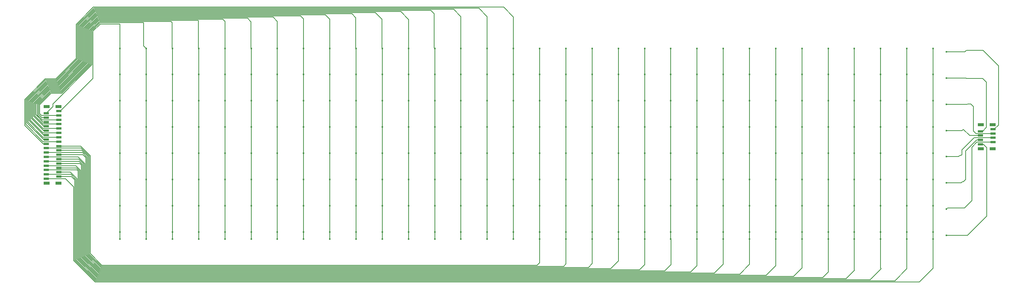
<source format=gbl>
G04 #@! TF.GenerationSoftware,KiCad,Pcbnew,6.0.8+dfsg-1~bpo11+1*
G04 #@! TF.CreationDate,2023-03-24T18:57:11-04:00*
G04 #@! TF.ProjectId,captouch_sensor_diamond_hatched,63617074-6f75-4636-985f-73656e736f72,rev?*
G04 #@! TF.SameCoordinates,Original*
G04 #@! TF.FileFunction,Copper,L2,Bot*
G04 #@! TF.FilePolarity,Positive*
%FSLAX46Y46*%
G04 Gerber Fmt 4.6, Leading zero omitted, Abs format (unit mm)*
G04 Created by KiCad (PCBNEW 6.0.8+dfsg-1~bpo11+1) date 2023-03-24 18:57:11*
%MOMM*%
%LPD*%
G01*
G04 APERTURE LIST*
G04 #@! TA.AperFunction,SMDPad,CuDef*
%ADD10R,1.200000X0.600000*%
G04 #@! TD*
G04 #@! TA.AperFunction,SMDPad,CuDef*
%ADD11R,1.400000X0.800000*%
G04 #@! TD*
G04 #@! TA.AperFunction,ViaPad*
%ADD12C,0.400000*%
G04 #@! TD*
G04 #@! TA.AperFunction,Conductor*
%ADD13C,0.127000*%
G04 #@! TD*
G04 APERTURE END LIST*
D10*
X52125000Y-72625000D03*
X49225000Y-73125000D03*
X52125000Y-73625000D03*
X49225000Y-74125000D03*
X52125000Y-74625000D03*
X49225000Y-75125000D03*
X52125000Y-75625000D03*
X49225000Y-76125000D03*
X52125000Y-76625000D03*
X49225000Y-77125000D03*
X52125000Y-77625000D03*
X49225000Y-78125000D03*
X52125000Y-78625000D03*
X49225000Y-79125000D03*
X52125000Y-79625000D03*
X49225000Y-80125000D03*
X52125000Y-80625000D03*
X49225000Y-81125000D03*
X52125000Y-81625000D03*
X49225000Y-82125000D03*
X52125000Y-82625000D03*
X49225000Y-83125000D03*
X52125000Y-83625000D03*
X49225000Y-84125000D03*
X52125000Y-84625000D03*
X49225000Y-85125000D03*
X52125000Y-85625000D03*
X49225000Y-86125000D03*
X52125000Y-86625000D03*
X49225000Y-87125000D03*
X52125000Y-87625000D03*
X49225000Y-88125000D03*
D11*
X52025000Y-71625000D03*
X49325000Y-71625000D03*
X52025000Y-89125000D03*
X49325000Y-89125000D03*
D10*
X265775000Y-76750000D03*
X262875000Y-77250000D03*
X265775000Y-77750000D03*
X262875000Y-78250000D03*
X265775000Y-78750000D03*
X262875000Y-79250000D03*
X265775000Y-79750000D03*
X262875000Y-80250000D03*
D11*
X265675000Y-75750000D03*
X262975000Y-75750000D03*
X265675000Y-81250000D03*
X262975000Y-81250000D03*
D12*
X255075000Y-59075000D03*
X255075000Y-65075000D03*
X255075000Y-71075000D03*
X255075000Y-77075000D03*
X255075000Y-83075000D03*
X255075000Y-89075000D03*
X255075000Y-95075000D03*
X255075000Y-101075000D03*
X66075000Y-88275000D03*
X66075000Y-101900000D03*
X66075000Y-76275000D03*
X66075000Y-100275000D03*
X66075000Y-70275000D03*
X66075000Y-82275000D03*
X66075000Y-58275000D03*
X66075000Y-94275000D03*
X66075000Y-64275000D03*
X72075000Y-58275000D03*
X72075000Y-82275000D03*
X72075000Y-88275000D03*
X72075000Y-94275000D03*
X72075000Y-70275000D03*
X72075000Y-100275000D03*
X72075000Y-64275000D03*
X72075000Y-76275000D03*
X72075000Y-101900000D03*
X78075000Y-94275000D03*
X78075000Y-70275000D03*
X78075000Y-88275000D03*
X78075000Y-58275000D03*
X78075000Y-64275000D03*
X78075000Y-100275000D03*
X78075000Y-82275000D03*
X78075000Y-101900000D03*
X78075000Y-76275000D03*
X84075000Y-94275000D03*
X84075000Y-76275000D03*
X84075000Y-70275000D03*
X84075000Y-101900000D03*
X84075000Y-64275000D03*
X84075000Y-82275000D03*
X84075000Y-58275000D03*
X84075000Y-100275000D03*
X84075000Y-88275000D03*
X90075000Y-100275000D03*
X90075000Y-76275000D03*
X90075000Y-82275000D03*
X90075000Y-64275000D03*
X90075000Y-88275000D03*
X90075000Y-70275000D03*
X90075000Y-58275000D03*
X90075000Y-101900000D03*
X90075000Y-94275000D03*
X96075000Y-58275000D03*
X96075000Y-88275000D03*
X96075000Y-70275000D03*
X96075000Y-101900000D03*
X96075000Y-100275000D03*
X96075000Y-82275000D03*
X96075000Y-64275000D03*
X96075000Y-76275000D03*
X96075000Y-94275000D03*
X102075000Y-100275000D03*
X102075000Y-88275000D03*
X102075000Y-101900000D03*
X102075000Y-64275000D03*
X102075000Y-94275000D03*
X102075000Y-76275000D03*
X102075000Y-70275000D03*
X102075000Y-58275000D03*
X102075000Y-82275000D03*
X108075000Y-101900000D03*
X108075000Y-82275000D03*
X108075000Y-64275000D03*
X108075000Y-88275000D03*
X108075000Y-94275000D03*
X108075000Y-70275000D03*
X108075000Y-76275000D03*
X108075000Y-100275000D03*
X108075000Y-58275000D03*
X114075000Y-82275000D03*
X114075000Y-88275000D03*
X114075000Y-70275000D03*
X114075000Y-58275000D03*
X114075000Y-64275000D03*
X114075000Y-76275000D03*
X114075000Y-101900000D03*
X114075000Y-100275000D03*
X114075000Y-94275000D03*
X120075000Y-101900000D03*
X120075000Y-94275000D03*
X120075000Y-82275000D03*
X120075000Y-88275000D03*
X120075000Y-64275000D03*
X120075000Y-76275000D03*
X120075000Y-70275000D03*
X120075000Y-100275000D03*
X120075000Y-58275000D03*
X126075000Y-76275000D03*
X126075000Y-64275000D03*
X126075000Y-94275000D03*
X126075000Y-58275000D03*
X126075000Y-82275000D03*
X126075000Y-88275000D03*
X126075000Y-70275000D03*
X126075000Y-100275000D03*
X126075000Y-101900000D03*
X132075000Y-88275000D03*
X132075000Y-76275000D03*
X132075000Y-58275000D03*
X132075000Y-101900000D03*
X132075000Y-64275000D03*
X132075000Y-100275000D03*
X132075000Y-70275000D03*
X132075000Y-94275000D03*
X132075000Y-82275000D03*
X138075000Y-100275000D03*
X138075000Y-76275000D03*
X138075000Y-70275000D03*
X138075000Y-82275000D03*
X138075000Y-64275000D03*
X138075000Y-101900000D03*
X138075000Y-94275000D03*
X138075000Y-88275000D03*
X138075000Y-58275000D03*
X144075000Y-100275000D03*
X144075000Y-94275000D03*
X144075000Y-82275000D03*
X144075000Y-76275000D03*
X144075000Y-88275000D03*
X144075000Y-70275000D03*
X144075000Y-58275000D03*
X144075000Y-101900000D03*
X144075000Y-64275000D03*
X150075000Y-101900000D03*
X150075000Y-82275000D03*
X150075000Y-100275000D03*
X150075000Y-94275000D03*
X150075000Y-70275000D03*
X150075000Y-58275000D03*
X150075000Y-88275000D03*
X150075000Y-64275000D03*
X150075000Y-76275000D03*
X156075000Y-88275000D03*
X156075000Y-70275000D03*
X156075000Y-58275000D03*
X156075000Y-100275000D03*
X156075000Y-101900000D03*
X156075000Y-76275000D03*
X156075000Y-82275000D03*
X156075000Y-64275000D03*
X156075000Y-94275000D03*
X162075000Y-58275000D03*
X162075000Y-70275000D03*
X162075000Y-101900000D03*
X162075000Y-100275000D03*
X162075000Y-76275000D03*
X162075000Y-88275000D03*
X162075000Y-64275000D03*
X162075000Y-82275000D03*
X162075000Y-94275000D03*
X168075000Y-64275000D03*
X168075000Y-58275000D03*
X168075000Y-82275000D03*
X168075000Y-76275000D03*
X168075000Y-100275000D03*
X168075000Y-70275000D03*
X168075000Y-88275000D03*
X168075000Y-101900000D03*
X168075000Y-94275000D03*
X174075000Y-82275000D03*
X174075000Y-64275000D03*
X174075000Y-58275000D03*
X174075000Y-100275000D03*
X174075000Y-76275000D03*
X174075000Y-94275000D03*
X174075000Y-70275000D03*
X174075000Y-88275000D03*
X174075000Y-101900000D03*
X180075000Y-88275000D03*
X180075000Y-82275000D03*
X180075000Y-100275000D03*
X180075000Y-58275000D03*
X180075000Y-70275000D03*
X180075000Y-64275000D03*
X180075000Y-76275000D03*
X180075000Y-101900000D03*
X180075000Y-94275000D03*
X186075000Y-100275000D03*
X186075000Y-64275000D03*
X186075000Y-70275000D03*
X186075000Y-58275000D03*
X186075000Y-94275000D03*
X186075000Y-76275000D03*
X186075000Y-88275000D03*
X186075000Y-101900000D03*
X186075000Y-82275000D03*
X192075000Y-58275000D03*
X192075000Y-101900000D03*
X192075000Y-94275000D03*
X192075000Y-100275000D03*
X192075000Y-76275000D03*
X192075000Y-64275000D03*
X192075000Y-88275000D03*
X192075000Y-70275000D03*
X192075000Y-82275000D03*
X198075000Y-58275000D03*
X198075000Y-82275000D03*
X198075000Y-88275000D03*
X198075000Y-76275000D03*
X198075000Y-101900000D03*
X198075000Y-100275000D03*
X198075000Y-70275000D03*
X198075000Y-94275000D03*
X198075000Y-64275000D03*
X204075000Y-70275000D03*
X204075000Y-94275000D03*
X204075000Y-88275000D03*
X204075000Y-76275000D03*
X204075000Y-58275000D03*
X204075000Y-100275000D03*
X204075000Y-101900000D03*
X204075000Y-64275000D03*
X204075000Y-82275000D03*
X210075000Y-88275000D03*
X210075000Y-94275000D03*
X210075000Y-82275000D03*
X210075000Y-58275000D03*
X210075000Y-70275000D03*
X210075000Y-76275000D03*
X210075000Y-64275000D03*
X210075000Y-101900000D03*
X210075000Y-100275000D03*
X216075000Y-64275000D03*
X216075000Y-70275000D03*
X216075000Y-76275000D03*
X216075000Y-82275000D03*
X216075000Y-100275000D03*
X216075000Y-58275000D03*
X216075000Y-94275000D03*
X216075000Y-101900000D03*
X216075000Y-88275000D03*
X222075000Y-88275000D03*
X222075000Y-94275000D03*
X222075000Y-70275000D03*
X222075000Y-58275000D03*
X222075000Y-101900000D03*
X222075000Y-76275000D03*
X222075000Y-64275000D03*
X222075000Y-100275000D03*
X222075000Y-82275000D03*
X228075000Y-58275000D03*
X228075000Y-100275000D03*
X228075000Y-88275000D03*
X228075000Y-82275000D03*
X228075000Y-76275000D03*
X228075000Y-64275000D03*
X228075000Y-70275000D03*
X228075000Y-94275000D03*
X228075000Y-101900000D03*
X234075000Y-58275000D03*
X234075000Y-88275000D03*
X234075000Y-94275000D03*
X234075000Y-70275000D03*
X234075000Y-76275000D03*
X234075000Y-101900000D03*
X234075000Y-82275000D03*
X234075000Y-100275000D03*
X234075000Y-64275000D03*
X240075000Y-100275000D03*
X240075000Y-94275000D03*
X240075000Y-82275000D03*
X240075000Y-101900000D03*
X240075000Y-88275000D03*
X240075000Y-76275000D03*
X240075000Y-58275000D03*
X240075000Y-70275000D03*
X240075000Y-64275000D03*
X246075000Y-94275000D03*
X246075000Y-58275000D03*
X246075000Y-64275000D03*
X246075000Y-76275000D03*
X246075000Y-100275000D03*
X246075000Y-70275000D03*
X246075000Y-101900000D03*
X246075000Y-88275000D03*
X246075000Y-82275000D03*
X252075000Y-76275000D03*
X252075000Y-88275000D03*
X252075000Y-64275000D03*
X252075000Y-94275000D03*
X252075000Y-82275000D03*
X252075000Y-100275000D03*
X252075000Y-70275000D03*
X252075000Y-58275000D03*
X252075000Y-101900000D03*
D13*
X263500000Y-58775000D02*
X259675000Y-58775000D01*
X259375000Y-59075000D02*
X259675000Y-58775000D01*
X255075000Y-59075000D02*
X259375000Y-59075000D01*
X266075000Y-76750000D02*
X267025000Y-75800000D01*
X267025000Y-62300000D02*
X263500000Y-58775000D01*
X265775000Y-76750000D02*
X266075000Y-76750000D01*
X267025000Y-75800000D02*
X267025000Y-62300000D01*
X262875000Y-77250000D02*
X263375000Y-77250000D01*
X264300000Y-76325000D02*
X264300000Y-66050000D01*
X259575000Y-65075000D02*
X259650000Y-65150000D01*
X259650000Y-65150000D02*
X263400000Y-65150000D01*
X263375000Y-77250000D02*
X264300000Y-76325000D01*
X255075000Y-65075000D02*
X259575000Y-65075000D01*
X264300000Y-66050000D02*
X263400000Y-65150000D01*
X265775000Y-77750000D02*
X261850000Y-77750000D01*
X261325000Y-71600000D02*
X260700000Y-70975000D01*
X261850000Y-77750000D02*
X261325000Y-77225000D01*
X259850000Y-71075000D02*
X259950000Y-70975000D01*
X261325000Y-77225000D02*
X261325000Y-71600000D01*
X255075000Y-71075000D02*
X259850000Y-71075000D01*
X260700000Y-70975000D02*
X259950000Y-70975000D01*
X255075000Y-77075000D02*
X258675000Y-77075000D01*
X262875000Y-78250000D02*
X260450000Y-78250000D01*
X260450000Y-78250000D02*
X259050000Y-76850000D01*
X258675000Y-77075000D02*
X258900000Y-76850000D01*
X259050000Y-76850000D02*
X258900000Y-76850000D01*
X261425000Y-78750000D02*
X258700000Y-81475000D01*
X255075000Y-83075000D02*
X257950000Y-83075000D01*
X258450000Y-82825000D02*
X258200000Y-82825000D01*
X258700000Y-82575000D02*
X258450000Y-82825000D01*
X265775000Y-78750000D02*
X261425000Y-78750000D01*
X257950000Y-83075000D02*
X258200000Y-82825000D01*
X258700000Y-81475000D02*
X258700000Y-82575000D01*
X258475000Y-89075000D02*
X258725000Y-88825000D01*
X262875000Y-79250000D02*
X262025000Y-79250000D01*
X259500000Y-81775000D02*
X259500000Y-88300000D01*
X259500000Y-88300000D02*
X258975000Y-88825000D01*
X255075000Y-89075000D02*
X258475000Y-89075000D01*
X262025000Y-79250000D02*
X259500000Y-81775000D01*
X258975000Y-88825000D02*
X258725000Y-88825000D01*
X260950000Y-80894000D02*
X260950000Y-93150000D01*
X262094000Y-79750000D02*
X260950000Y-80894000D01*
X260950000Y-93150000D02*
X259300000Y-94800000D01*
X255350000Y-94800000D02*
X255075000Y-95075000D01*
X265775000Y-79750000D02*
X262094000Y-79750000D01*
X259300000Y-94800000D02*
X255350000Y-94800000D01*
X264325000Y-80973000D02*
X263602000Y-80250000D01*
X263602000Y-80250000D02*
X262875000Y-80250000D01*
X259900000Y-101075000D02*
X264325000Y-96650000D01*
X264325000Y-96650000D02*
X264325000Y-80973000D01*
X255075000Y-101075000D02*
X259900000Y-101075000D01*
X66075000Y-58275000D02*
X66075000Y-101900000D01*
X59875000Y-65175000D02*
X59875000Y-54375000D01*
X66075000Y-52800000D02*
X65975000Y-52700000D01*
X61550000Y-52700000D02*
X65975000Y-52700000D01*
X59875000Y-54375000D02*
X61550000Y-52700000D01*
X66075000Y-58275000D02*
X66075000Y-52800000D01*
X52425000Y-72625000D02*
X59875000Y-65175000D01*
X52125000Y-72625000D02*
X52425000Y-72625000D01*
X72075000Y-58275000D02*
X72075000Y-101900000D01*
X61465790Y-52425000D02*
X71500000Y-52425000D01*
X71500000Y-57700000D02*
X72075000Y-58275000D01*
X50725000Y-70975000D02*
X59621000Y-62079000D01*
X50725000Y-71625000D02*
X50725000Y-70975000D01*
X59621000Y-54269790D02*
X61465790Y-52425000D01*
X49225000Y-73125000D02*
X50725000Y-71625000D01*
X59621000Y-62079000D02*
X59621000Y-54269790D01*
X71500000Y-52425000D02*
X71500000Y-57700000D01*
X52765790Y-68575000D02*
X59367000Y-61973790D01*
X78000000Y-58200000D02*
X78075000Y-58275000D01*
X59367000Y-61973790D02*
X59367000Y-54164580D01*
X48100000Y-73625000D02*
X47700000Y-73225000D01*
X59367000Y-54164580D02*
X61360580Y-52171000D01*
X78000000Y-52425000D02*
X78000000Y-58200000D01*
X77746000Y-52171000D02*
X78000000Y-52425000D01*
X52125000Y-73625000D02*
X48100000Y-73625000D01*
X50325000Y-68575000D02*
X52765790Y-68575000D01*
X47700000Y-73225000D02*
X47700000Y-71200000D01*
X47700000Y-71200000D02*
X50325000Y-68575000D01*
X61360580Y-52171000D02*
X77746000Y-52171000D01*
X78075000Y-58275000D02*
X78075000Y-101900000D01*
X52660580Y-68321000D02*
X59113000Y-61868580D01*
X59113000Y-54059370D02*
X61255370Y-51917000D01*
X61255370Y-51917000D02*
X83892000Y-51917000D01*
X83975000Y-58175000D02*
X84075000Y-58275000D01*
X83975000Y-52000000D02*
X83975000Y-58175000D01*
X59113000Y-61868580D02*
X59113000Y-54059370D01*
X84075000Y-58275000D02*
X84075000Y-101900000D01*
X48200000Y-74125000D02*
X47446000Y-73371000D01*
X83892000Y-51917000D02*
X83975000Y-52000000D01*
X50219790Y-68321000D02*
X52660580Y-68321000D01*
X47446000Y-73371000D02*
X47446000Y-71094790D01*
X47446000Y-71094790D02*
X50219790Y-68321000D01*
X49225000Y-74125000D02*
X48200000Y-74125000D01*
X47192000Y-70989580D02*
X50114580Y-68067000D01*
X52555370Y-68067000D02*
X58859000Y-61763370D01*
X48300000Y-74625000D02*
X47192000Y-73517000D01*
X90075000Y-52175000D02*
X90075000Y-58275000D01*
X61150160Y-51663000D02*
X89563000Y-51663000D01*
X58859000Y-61763370D02*
X58859000Y-53954160D01*
X90075000Y-58275000D02*
X90075000Y-101900000D01*
X52125000Y-74625000D02*
X48300000Y-74625000D01*
X89563000Y-51663000D02*
X90075000Y-52175000D01*
X58859000Y-53954160D02*
X61150160Y-51663000D01*
X47192000Y-73517000D02*
X47192000Y-70989580D01*
X50114580Y-68067000D02*
X52555370Y-68067000D01*
X52450160Y-67813000D02*
X58605000Y-61658160D01*
X96025000Y-52200000D02*
X96025000Y-58225000D01*
X58605000Y-53848950D02*
X61044950Y-51409000D01*
X46800000Y-73484210D02*
X46800000Y-71022370D01*
X49225000Y-75125000D02*
X48440790Y-75125000D01*
X58605000Y-61658160D02*
X58605000Y-53848950D01*
X61044950Y-51409000D02*
X95234000Y-51409000D01*
X96025000Y-58225000D02*
X96075000Y-58275000D01*
X96075000Y-58275000D02*
X96075000Y-101900000D01*
X46800000Y-71022370D02*
X50009370Y-67813000D01*
X50009370Y-67813000D02*
X52450160Y-67813000D01*
X95234000Y-51409000D02*
X96025000Y-52200000D01*
X48440790Y-75125000D02*
X46800000Y-73484210D01*
X46546000Y-70917160D02*
X49904160Y-67559000D01*
X58351000Y-53743740D02*
X60939740Y-51155000D01*
X102075000Y-52150000D02*
X102075000Y-58275000D01*
X102075000Y-58275000D02*
X102075000Y-101900000D01*
X101080000Y-51155000D02*
X102075000Y-52150000D01*
X52125000Y-75625000D02*
X48444000Y-75625000D01*
X46546000Y-73727000D02*
X46546000Y-70917160D01*
X52344950Y-67559000D02*
X58351000Y-61552950D01*
X60939740Y-51155000D02*
X101080000Y-51155000D01*
X48444000Y-75625000D02*
X46546000Y-73727000D01*
X49904160Y-67559000D02*
X52344950Y-67559000D01*
X58351000Y-61552950D02*
X58351000Y-53743740D01*
X107401000Y-50901000D02*
X108075000Y-51575000D01*
X48584790Y-76125000D02*
X46292000Y-73832210D01*
X49225000Y-76125000D02*
X48584790Y-76125000D01*
X52239740Y-67305000D02*
X58097000Y-61447740D01*
X46292000Y-73832210D02*
X46292000Y-70811950D01*
X60834530Y-50901000D02*
X107401000Y-50901000D01*
X108075000Y-58275000D02*
X108075000Y-101900000D01*
X46292000Y-70811950D02*
X49798950Y-67305000D01*
X108075000Y-51575000D02*
X108075000Y-58275000D01*
X58097000Y-61447740D02*
X58097000Y-53638530D01*
X49798950Y-67305000D02*
X52239740Y-67305000D01*
X58097000Y-53638530D02*
X60834530Y-50901000D01*
X52134530Y-67051000D02*
X57843000Y-61342530D01*
X113072000Y-50647000D02*
X114075000Y-51650000D01*
X48444000Y-76625000D02*
X46038000Y-74219000D01*
X57843000Y-61342530D02*
X57843000Y-53533320D01*
X49693740Y-67051000D02*
X52134530Y-67051000D01*
X57843000Y-53533320D02*
X60729320Y-50647000D01*
X46038000Y-70706740D02*
X49693740Y-67051000D01*
X46038000Y-74219000D02*
X46038000Y-70706740D01*
X114075000Y-58275000D02*
X114075000Y-101900000D01*
X52125000Y-76625000D02*
X48444000Y-76625000D01*
X114075000Y-51650000D02*
X114075000Y-58275000D01*
X60729320Y-50647000D02*
X113072000Y-50647000D01*
X119168000Y-50393000D02*
X120025000Y-51250000D01*
X48584790Y-77125000D02*
X45784000Y-74324210D01*
X120075000Y-58275000D02*
X120075000Y-101900000D01*
X57589000Y-61237320D02*
X57589000Y-53428110D01*
X49588530Y-66797000D02*
X52029320Y-66797000D01*
X45784000Y-74324210D02*
X45784000Y-70601530D01*
X52029320Y-66797000D02*
X57589000Y-61237320D01*
X45784000Y-70601530D02*
X49588530Y-66797000D01*
X120025000Y-58225000D02*
X120075000Y-58275000D01*
X120025000Y-51250000D02*
X120025000Y-58225000D01*
X49225000Y-77125000D02*
X48584790Y-77125000D01*
X60624110Y-50393000D02*
X119168000Y-50393000D01*
X57589000Y-53428110D02*
X60624110Y-50393000D01*
X57335000Y-53322900D02*
X60518900Y-50139000D01*
X126075000Y-58275000D02*
X126075000Y-101900000D01*
X45530000Y-70496320D02*
X49483320Y-66543000D01*
X60518900Y-50139000D02*
X124464000Y-50139000D01*
X125975000Y-58175000D02*
X126075000Y-58275000D01*
X124464000Y-50139000D02*
X125975000Y-51650000D01*
X51924110Y-66543000D02*
X57335000Y-61132110D01*
X49483320Y-66543000D02*
X51924110Y-66543000D01*
X48444000Y-77625000D02*
X45530000Y-74711000D01*
X52125000Y-77625000D02*
X48444000Y-77625000D01*
X57335000Y-61132110D02*
X57335000Y-53322900D01*
X125975000Y-51650000D02*
X125975000Y-58175000D01*
X45530000Y-74711000D02*
X45530000Y-70496320D01*
X130285000Y-49885000D02*
X132075000Y-51675000D01*
X51818900Y-66289000D02*
X57081000Y-61026900D01*
X57081000Y-61026900D02*
X57081000Y-53217690D01*
X45276000Y-74816210D02*
X45276000Y-70391110D01*
X48584790Y-78125000D02*
X45276000Y-74816210D01*
X132075000Y-51675000D02*
X132075000Y-58275000D01*
X60413690Y-49885000D02*
X130285000Y-49885000D01*
X49225000Y-78125000D02*
X48584790Y-78125000D01*
X49378110Y-66289000D02*
X51818900Y-66289000D01*
X57081000Y-53217690D02*
X60413690Y-49885000D01*
X45276000Y-70391110D02*
X49378110Y-66289000D01*
X132075000Y-58275000D02*
X132075000Y-101900000D01*
X137950000Y-58150000D02*
X138075000Y-58275000D01*
X48444000Y-78625000D02*
X45022000Y-75203000D01*
X49272900Y-66035000D02*
X51713690Y-66035000D01*
X52125000Y-78625000D02*
X48444000Y-78625000D01*
X137206000Y-49631000D02*
X137950000Y-50375000D01*
X51713690Y-66035000D02*
X56827000Y-60921690D01*
X45022000Y-75203000D02*
X45022000Y-70285900D01*
X60308480Y-49631000D02*
X137206000Y-49631000D01*
X56827000Y-60921690D02*
X56827000Y-53112480D01*
X56827000Y-53112480D02*
X60308480Y-49631000D01*
X137950000Y-50375000D02*
X137950000Y-58150000D01*
X45022000Y-70285900D02*
X49272900Y-66035000D01*
X138075000Y-58275000D02*
X138075000Y-101900000D01*
X48584790Y-79125000D02*
X49225000Y-79125000D01*
X51608480Y-65781000D02*
X49167690Y-65781000D01*
X144075000Y-58275000D02*
X144075000Y-101900000D01*
X44768000Y-75308210D02*
X48584790Y-79125000D01*
X142452000Y-49377000D02*
X60203270Y-49377000D01*
X144075000Y-51000000D02*
X142452000Y-49377000D01*
X144075000Y-58275000D02*
X144075000Y-51000000D01*
X56573000Y-53007270D02*
X56573000Y-60816480D01*
X44768000Y-70180690D02*
X44768000Y-75308210D01*
X60203270Y-49377000D02*
X56573000Y-53007270D01*
X49167690Y-65781000D02*
X44768000Y-70180690D01*
X56573000Y-60816480D02*
X51608480Y-65781000D01*
X150075000Y-51025000D02*
X150075000Y-58275000D01*
X49062480Y-65527000D02*
X51503270Y-65527000D01*
X52125000Y-79625000D02*
X48444000Y-79625000D01*
X56319000Y-52902060D02*
X60098060Y-49123000D01*
X148173000Y-49123000D02*
X150075000Y-51025000D01*
X51503270Y-65527000D02*
X56319000Y-60711270D01*
X150075000Y-58275000D02*
X150075000Y-101900000D01*
X44514000Y-70075480D02*
X49062480Y-65527000D01*
X44514000Y-75695000D02*
X44514000Y-70075480D01*
X48444000Y-79625000D02*
X44514000Y-75695000D01*
X60098060Y-49123000D02*
X148173000Y-49123000D01*
X56319000Y-60711270D02*
X56319000Y-52902060D01*
X153819000Y-48869000D02*
X156075000Y-51125000D01*
X44260000Y-75887000D02*
X44260000Y-69970270D01*
X49225000Y-80125000D02*
X48498000Y-80125000D01*
X156075000Y-51125000D02*
X156075000Y-58275000D01*
X156075000Y-58275000D02*
X156075000Y-101900000D01*
X48957270Y-65273000D02*
X51398060Y-65273000D01*
X48498000Y-80125000D02*
X44260000Y-75887000D01*
X56065000Y-60606060D02*
X56065000Y-52796850D01*
X44260000Y-69970270D02*
X48957270Y-65273000D01*
X59992850Y-48869000D02*
X153819000Y-48869000D01*
X56065000Y-52796850D02*
X59992850Y-48869000D01*
X51398060Y-65273000D02*
X56065000Y-60606060D01*
X59275000Y-105250000D02*
X61925000Y-107900000D01*
X61925000Y-107900000D02*
X161475000Y-107900000D01*
X59275000Y-82850000D02*
X59275000Y-105250000D01*
X57050000Y-80625000D02*
X59275000Y-82850000D01*
X162075000Y-58275000D02*
X162075000Y-101900000D01*
X162050000Y-101925000D02*
X162075000Y-101900000D01*
X162050000Y-107325000D02*
X162050000Y-101925000D01*
X52125000Y-80625000D02*
X57050000Y-80625000D01*
X161475000Y-107900000D02*
X162050000Y-107325000D01*
X167546000Y-108154000D02*
X61819790Y-108154000D01*
X168075000Y-58275000D02*
X168075000Y-101900000D01*
X57190790Y-81125000D02*
X49225000Y-81125000D01*
X168075000Y-107625000D02*
X167546000Y-108154000D01*
X168075000Y-101900000D02*
X168075000Y-107625000D01*
X61819790Y-108154000D02*
X59021000Y-105355210D01*
X59021000Y-82955210D02*
X57190790Y-81125000D01*
X59021000Y-105355210D02*
X59021000Y-82955210D01*
X174125000Y-101950000D02*
X174075000Y-101900000D01*
X52125000Y-81625000D02*
X57331580Y-81625000D01*
X58767000Y-83060420D02*
X58767000Y-105460420D01*
X173217000Y-108408000D02*
X174125000Y-107500000D01*
X58767000Y-105460420D02*
X61714580Y-108408000D01*
X174125000Y-107500000D02*
X174125000Y-101950000D01*
X174075000Y-58275000D02*
X174075000Y-101900000D01*
X57331580Y-81625000D02*
X58767000Y-83060420D01*
X61714580Y-108408000D02*
X173217000Y-108408000D01*
X178288000Y-108662000D02*
X61609370Y-108662000D01*
X58513000Y-105565630D02*
X58513000Y-83165630D01*
X180075000Y-106875000D02*
X178288000Y-108662000D01*
X180075000Y-58275000D02*
X180075000Y-101900000D01*
X180075000Y-101900000D02*
X180075000Y-106875000D01*
X61609370Y-108662000D02*
X58513000Y-105565630D01*
X57472370Y-82125000D02*
X49225000Y-82125000D01*
X58513000Y-83165630D02*
X57472370Y-82125000D01*
X57613160Y-82625000D02*
X52125000Y-82625000D01*
X184934000Y-108916000D02*
X61504160Y-108916000D01*
X58259000Y-105670840D02*
X58259000Y-83270840D01*
X186075000Y-101900000D02*
X186075000Y-107775000D01*
X186075000Y-58275000D02*
X186075000Y-101900000D01*
X58259000Y-83270840D02*
X57613160Y-82625000D01*
X61504160Y-108916000D02*
X58259000Y-105670840D01*
X186075000Y-107775000D02*
X184934000Y-108916000D01*
X192125000Y-107750000D02*
X192125000Y-101950000D01*
X58005000Y-84655000D02*
X58005000Y-105776050D01*
X190705000Y-109170000D02*
X192125000Y-107750000D01*
X56475000Y-83125000D02*
X58005000Y-84655000D01*
X61398950Y-109170000D02*
X190705000Y-109170000D01*
X58005000Y-105776050D02*
X61398950Y-109170000D01*
X49225000Y-83125000D02*
X56475000Y-83125000D01*
X192075000Y-58275000D02*
X192075000Y-101900000D01*
X192125000Y-101950000D02*
X192075000Y-101900000D01*
X61293740Y-109424000D02*
X57751000Y-105881260D01*
X198075000Y-107975000D02*
X196626000Y-109424000D01*
X196626000Y-109424000D02*
X61293740Y-109424000D01*
X57751000Y-84760210D02*
X56615790Y-83625000D01*
X56615790Y-83625000D02*
X52125000Y-83625000D01*
X198075000Y-58275000D02*
X198075000Y-101900000D01*
X57751000Y-105881260D02*
X57751000Y-84760210D01*
X198075000Y-101900000D02*
X198075000Y-107975000D01*
X56756580Y-84125000D02*
X57497000Y-84865420D01*
X49225000Y-84125000D02*
X56756580Y-84125000D01*
X57497000Y-84865420D02*
X57497000Y-105986470D01*
X57497000Y-105986470D02*
X61188530Y-109678000D01*
X204075000Y-101900000D02*
X204075000Y-107675000D01*
X204075000Y-58275000D02*
X204075000Y-101900000D01*
X202072000Y-109678000D02*
X204075000Y-107675000D01*
X61188530Y-109678000D02*
X202072000Y-109678000D01*
X207843000Y-109932000D02*
X210075000Y-107700000D01*
X57243000Y-84970630D02*
X57243000Y-106091680D01*
X61083320Y-109932000D02*
X207843000Y-109932000D01*
X52125000Y-84625000D02*
X56897370Y-84625000D01*
X210075000Y-101900000D02*
X210075000Y-107700000D01*
X210075000Y-58275000D02*
X210075000Y-101900000D01*
X57243000Y-106091680D02*
X61083320Y-109932000D01*
X56897370Y-84625000D02*
X57243000Y-84970630D01*
X216075000Y-58275000D02*
X216075000Y-101900000D01*
X49225000Y-85125000D02*
X55975000Y-85125000D01*
X216075000Y-101900000D02*
X216075000Y-108000000D01*
X56989000Y-86139000D02*
X56989000Y-106196890D01*
X213889000Y-110186000D02*
X216075000Y-108000000D01*
X56989000Y-106196890D02*
X60978110Y-110186000D01*
X55975000Y-85125000D02*
X56989000Y-86139000D01*
X60978110Y-110186000D02*
X213889000Y-110186000D01*
X56735000Y-106302100D02*
X60872900Y-110440000D01*
X60872900Y-110440000D02*
X220185000Y-110440000D01*
X56115790Y-85625000D02*
X56735000Y-86244210D01*
X52125000Y-85625000D02*
X56115790Y-85625000D01*
X56735000Y-86244210D02*
X56735000Y-106302100D01*
X220185000Y-110440000D02*
X222100000Y-108525000D01*
X222075000Y-58275000D02*
X222075000Y-101900000D01*
X222100000Y-101925000D02*
X222075000Y-101900000D01*
X222100000Y-108525000D02*
X222100000Y-101925000D01*
X56256580Y-86125000D02*
X49225000Y-86125000D01*
X228075000Y-58275000D02*
X228075000Y-101900000D01*
X228075000Y-101900000D02*
X228075000Y-109450000D01*
X56481000Y-106407310D02*
X56481000Y-86349420D01*
X60767690Y-110694000D02*
X56481000Y-106407310D01*
X228075000Y-109450000D02*
X226831000Y-110694000D01*
X56481000Y-86349420D02*
X56256580Y-86125000D01*
X226831000Y-110694000D02*
X60767690Y-110694000D01*
X234075000Y-109000000D02*
X234100000Y-109025000D01*
X234075000Y-101900000D02*
X234075000Y-109000000D01*
X54700000Y-86625000D02*
X56227000Y-88152000D01*
X56227000Y-106512520D02*
X60662480Y-110948000D01*
X234075000Y-58275000D02*
X234075000Y-101900000D01*
X52125000Y-86625000D02*
X54700000Y-86625000D01*
X56227000Y-88152000D02*
X56227000Y-106512520D01*
X232177000Y-110948000D02*
X234100000Y-109025000D01*
X60662480Y-110948000D02*
X232177000Y-110948000D01*
X55973000Y-106617730D02*
X60557270Y-111202000D01*
X54840790Y-87125000D02*
X55973000Y-88257210D01*
X240075000Y-101900000D02*
X240075000Y-108550000D01*
X55973000Y-88257210D02*
X55973000Y-106617730D01*
X240075000Y-58275000D02*
X240075000Y-101900000D01*
X237673000Y-111202000D02*
X240200000Y-108675000D01*
X240075000Y-108550000D02*
X240200000Y-108675000D01*
X49225000Y-87125000D02*
X54840790Y-87125000D01*
X60557270Y-111202000D02*
X237673000Y-111202000D01*
X55719000Y-88362420D02*
X55719000Y-106722940D01*
X243344000Y-111456000D02*
X246075000Y-108725000D01*
X60452060Y-111456000D02*
X243344000Y-111456000D01*
X54981580Y-87625000D02*
X55719000Y-88362420D01*
X246075000Y-101900000D02*
X246075000Y-108725000D01*
X55719000Y-106722940D02*
X60452060Y-111456000D01*
X246075000Y-58275000D02*
X246075000Y-101900000D01*
X52125000Y-87625000D02*
X54981580Y-87625000D01*
X55465000Y-106828150D02*
X60346850Y-111710000D01*
X248940000Y-111710000D02*
X252075000Y-108575000D01*
X60346850Y-111710000D02*
X248940000Y-111710000D01*
X252075000Y-58275000D02*
X252075000Y-101900000D01*
X53600000Y-88125000D02*
X55465000Y-89990000D01*
X55465000Y-89990000D02*
X55465000Y-106828150D01*
X49225000Y-88125000D02*
X53600000Y-88125000D01*
X252075000Y-108575000D02*
X252075000Y-101900000D01*
M02*

</source>
